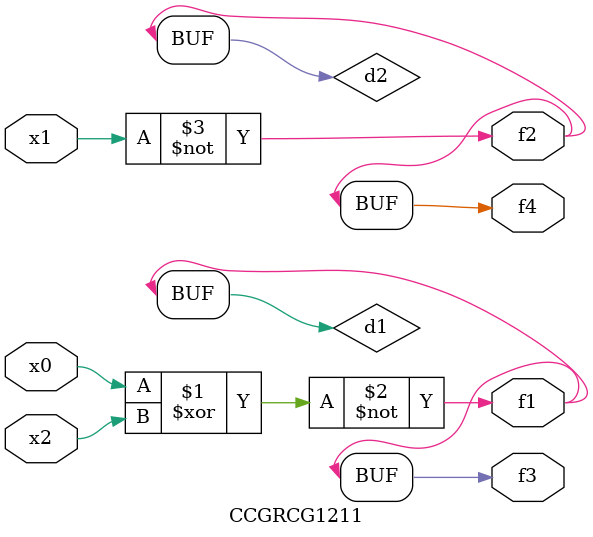
<source format=v>
module CCGRCG1211(
	input x0, x1, x2,
	output f1, f2, f3, f4
);

	wire d1, d2, d3;

	xnor (d1, x0, x2);
	nand (d2, x1);
	nor (d3, x1, x2);
	assign f1 = d1;
	assign f2 = d2;
	assign f3 = d1;
	assign f4 = d2;
endmodule

</source>
